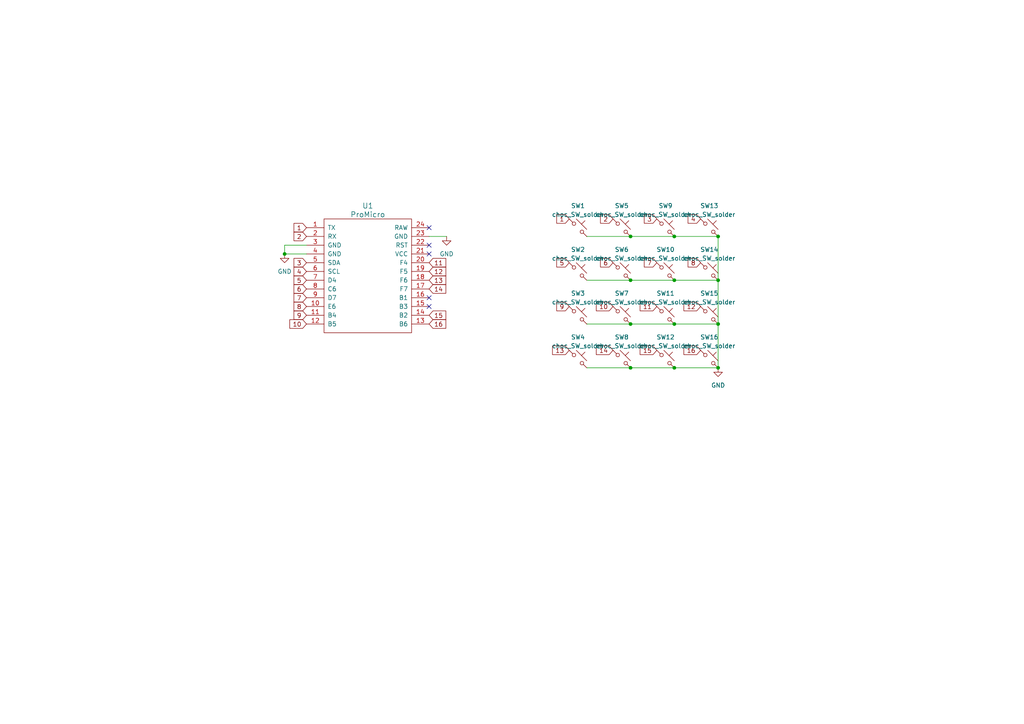
<source format=kicad_sch>
(kicad_sch (version 20221206) (generator eeschema)

  (uuid 477e2154-b559-4ac8-a000-3d69502ecfdf)

  (paper "A4")

  (lib_symbols
    (symbol "marbastlib-choc:choc_SW_solder" (pin_numbers hide) (pin_names (offset 1.016) hide) (in_bom yes) (on_board yes)
      (property "Reference" "SW" (at 3.048 1.016 0)
        (effects (font (size 1.27 1.27)) (justify left))
      )
      (property "Value" "choc_SW_solder" (at 0 -3.81 0)
        (effects (font (size 1.27 1.27)))
      )
      (property "Footprint" "marbastlib-choc:SW_choc_1u" (at 0 0 0)
        (effects (font (size 1.27 1.27)) hide)
      )
      (property "Datasheet" "~" (at 0 0 0)
        (effects (font (size 1.27 1.27)) hide)
      )
      (property "ki_keywords" "switch normally-open pushbutton push-button" (at 0 0 0)
        (effects (font (size 1.27 1.27)) hide)
      )
      (property "ki_description" "Push button switch, normally open, two pins, 45° tilted" (at 0 0 0)
        (effects (font (size 1.27 1.27)) hide)
      )
      (symbol "choc_SW_solder_0_1"
        (circle (center -1.1684 1.1684) (radius 0.508)
          (stroke (width 0) (type default))
          (fill (type none))
        )
        (polyline
          (pts
            (xy -0.508 2.54)
            (xy 2.54 -0.508)
          )
          (stroke (width 0) (type default))
          (fill (type none))
        )
        (polyline
          (pts
            (xy 1.016 1.016)
            (xy 2.032 2.032)
          )
          (stroke (width 0) (type default))
          (fill (type none))
        )
        (polyline
          (pts
            (xy -2.54 2.54)
            (xy -1.524 1.524)
            (xy -1.524 1.524)
          )
          (stroke (width 0) (type default))
          (fill (type none))
        )
        (polyline
          (pts
            (xy 1.524 -1.524)
            (xy 2.54 -2.54)
            (xy 2.54 -2.54)
            (xy 2.54 -2.54)
          )
          (stroke (width 0) (type default))
          (fill (type none))
        )
        (circle (center 1.143 -1.1938) (radius 0.508)
          (stroke (width 0) (type default))
          (fill (type none))
        )
        (pin passive line (at -2.54 2.54 0) (length 0)
          (name "1" (effects (font (size 1.27 1.27))))
          (number "1" (effects (font (size 1.27 1.27))))
        )
        (pin passive line (at 2.54 -2.54 180) (length 0)
          (name "2" (effects (font (size 1.27 1.27))))
          (number "2" (effects (font (size 1.27 1.27))))
        )
      )
    )
    (symbol "power:GND" (power) (pin_names (offset 0)) (in_bom yes) (on_board yes)
      (property "Reference" "#PWR" (at 0 -6.35 0)
        (effects (font (size 1.27 1.27)) hide)
      )
      (property "Value" "GND" (at 0 -3.81 0)
        (effects (font (size 1.27 1.27)))
      )
      (property "Footprint" "" (at 0 0 0)
        (effects (font (size 1.27 1.27)) hide)
      )
      (property "Datasheet" "" (at 0 0 0)
        (effects (font (size 1.27 1.27)) hide)
      )
      (property "ki_keywords" "global power" (at 0 0 0)
        (effects (font (size 1.27 1.27)) hide)
      )
      (property "ki_description" "Power symbol creates a global label with name \"GND\" , ground" (at 0 0 0)
        (effects (font (size 1.27 1.27)) hide)
      )
      (symbol "GND_0_1"
        (polyline
          (pts
            (xy 0 0)
            (xy 0 -1.27)
            (xy 1.27 -1.27)
            (xy 0 -2.54)
            (xy -1.27 -1.27)
            (xy 0 -1.27)
          )
          (stroke (width 0) (type default))
          (fill (type none))
        )
      )
      (symbol "GND_1_1"
        (pin power_in line (at 0 0 270) (length 0) hide
          (name "GND" (effects (font (size 1.27 1.27))))
          (number "1" (effects (font (size 1.27 1.27))))
        )
      )
    )
    (symbol "promicro:ProMicro" (pin_names (offset 1.016)) (in_bom yes) (on_board yes)
      (property "Reference" "U" (at 0 24.13 0)
        (effects (font (size 1.524 1.524)))
      )
      (property "Value" "ProMicro" (at 0 -13.97 0)
        (effects (font (size 1.524 1.524)))
      )
      (property "Footprint" "" (at 2.54 -26.67 0)
        (effects (font (size 1.524 1.524)))
      )
      (property "Datasheet" "" (at 2.54 -26.67 0)
        (effects (font (size 1.524 1.524)))
      )
      (symbol "ProMicro_0_1"
        (rectangle (start -12.7 21.59) (end 12.7 -11.43)
          (stroke (width 0) (type solid))
          (fill (type none))
        )
      )
      (symbol "ProMicro_1_1"
        (pin bidirectional line (at -17.78 19.05 0) (length 5.08)
          (name "TX" (effects (font (size 1.27 1.27))))
          (number "1" (effects (font (size 1.27 1.27))))
        )
        (pin bidirectional line (at -17.78 -3.81 0) (length 5.08)
          (name "E6" (effects (font (size 1.27 1.27))))
          (number "10" (effects (font (size 1.27 1.27))))
        )
        (pin bidirectional line (at -17.78 -6.35 0) (length 5.08)
          (name "B4" (effects (font (size 1.27 1.27))))
          (number "11" (effects (font (size 1.27 1.27))))
        )
        (pin bidirectional line (at -17.78 -8.89 0) (length 5.08)
          (name "B5" (effects (font (size 1.27 1.27))))
          (number "12" (effects (font (size 1.27 1.27))))
        )
        (pin bidirectional line (at 17.78 -8.89 180) (length 5.08)
          (name "B6" (effects (font (size 1.27 1.27))))
          (number "13" (effects (font (size 1.27 1.27))))
        )
        (pin bidirectional line (at 17.78 -6.35 180) (length 5.08)
          (name "B2" (effects (font (size 1.27 1.27))))
          (number "14" (effects (font (size 1.27 1.27))))
        )
        (pin bidirectional line (at 17.78 -3.81 180) (length 5.08)
          (name "B3" (effects (font (size 1.27 1.27))))
          (number "15" (effects (font (size 1.27 1.27))))
        )
        (pin bidirectional line (at 17.78 -1.27 180) (length 5.08)
          (name "B1" (effects (font (size 1.27 1.27))))
          (number "16" (effects (font (size 1.27 1.27))))
        )
        (pin bidirectional line (at 17.78 1.27 180) (length 5.08)
          (name "F7" (effects (font (size 1.27 1.27))))
          (number "17" (effects (font (size 1.27 1.27))))
        )
        (pin bidirectional line (at 17.78 3.81 180) (length 5.08)
          (name "F6" (effects (font (size 1.27 1.27))))
          (number "18" (effects (font (size 1.27 1.27))))
        )
        (pin bidirectional line (at 17.78 6.35 180) (length 5.08)
          (name "F5" (effects (font (size 1.27 1.27))))
          (number "19" (effects (font (size 1.27 1.27))))
        )
        (pin bidirectional line (at -17.78 16.51 0) (length 5.08)
          (name "RX" (effects (font (size 1.27 1.27))))
          (number "2" (effects (font (size 1.27 1.27))))
        )
        (pin bidirectional line (at 17.78 8.89 180) (length 5.08)
          (name "F4" (effects (font (size 1.27 1.27))))
          (number "20" (effects (font (size 1.27 1.27))))
        )
        (pin power_in line (at 17.78 11.43 180) (length 5.08)
          (name "VCC" (effects (font (size 1.27 1.27))))
          (number "21" (effects (font (size 1.27 1.27))))
        )
        (pin input line (at 17.78 13.97 180) (length 5.08)
          (name "RST" (effects (font (size 1.27 1.27))))
          (number "22" (effects (font (size 1.27 1.27))))
        )
        (pin power_in line (at 17.78 16.51 180) (length 5.08)
          (name "GND" (effects (font (size 1.27 1.27))))
          (number "23" (effects (font (size 1.27 1.27))))
        )
        (pin power_out line (at 17.78 19.05 180) (length 5.08)
          (name "RAW" (effects (font (size 1.27 1.27))))
          (number "24" (effects (font (size 1.27 1.27))))
        )
        (pin power_in line (at -17.78 13.97 0) (length 5.08)
          (name "GND" (effects (font (size 1.27 1.27))))
          (number "3" (effects (font (size 1.27 1.27))))
        )
        (pin power_in line (at -17.78 11.43 0) (length 5.08)
          (name "GND" (effects (font (size 1.27 1.27))))
          (number "4" (effects (font (size 1.27 1.27))))
        )
        (pin bidirectional line (at -17.78 8.89 0) (length 5.08)
          (name "SDA" (effects (font (size 1.27 1.27))))
          (number "5" (effects (font (size 1.27 1.27))))
        )
        (pin bidirectional line (at -17.78 6.35 0) (length 5.08)
          (name "SCL" (effects (font (size 1.27 1.27))))
          (number "6" (effects (font (size 1.27 1.27))))
        )
        (pin bidirectional line (at -17.78 3.81 0) (length 5.08)
          (name "D4" (effects (font (size 1.27 1.27))))
          (number "7" (effects (font (size 1.27 1.27))))
        )
        (pin bidirectional line (at -17.78 1.27 0) (length 5.08)
          (name "C6" (effects (font (size 1.27 1.27))))
          (number "8" (effects (font (size 1.27 1.27))))
        )
        (pin bidirectional line (at -17.78 -1.27 0) (length 5.08)
          (name "D7" (effects (font (size 1.27 1.27))))
          (number "9" (effects (font (size 1.27 1.27))))
        )
      )
    )
  )

  (junction (at 195.58 106.68) (diameter 0) (color 0 0 0 0)
    (uuid 02db36ed-0d24-41f2-8a83-9f8a8b208418)
  )
  (junction (at 208.28 106.68) (diameter 0) (color 0 0 0 0)
    (uuid 1141af9f-21db-4e75-967d-7978fe514c9b)
  )
  (junction (at 208.28 81.28) (diameter 0) (color 0 0 0 0)
    (uuid 35799899-f5c1-4b45-8ff8-bc9280bbafba)
  )
  (junction (at 182.88 81.28) (diameter 0) (color 0 0 0 0)
    (uuid 489ffcdb-8568-41ff-b79d-eb3b78f73dbd)
  )
  (junction (at 182.88 68.58) (diameter 0) (color 0 0 0 0)
    (uuid 5ae6b139-adec-4126-beab-3ca12740788e)
  )
  (junction (at 182.88 93.98) (diameter 0) (color 0 0 0 0)
    (uuid 5d52d24c-cca6-4d9f-99c8-be96587b860a)
  )
  (junction (at 182.88 106.68) (diameter 0) (color 0 0 0 0)
    (uuid 93febe2d-fd6b-4ca1-9692-57948992985c)
  )
  (junction (at 195.58 68.58) (diameter 0) (color 0 0 0 0)
    (uuid 944f045b-e75d-4d94-956d-cf33ecdc68a9)
  )
  (junction (at 208.28 68.58) (diameter 0) (color 0 0 0 0)
    (uuid 9998d807-2617-41fb-ac14-8afb357532b5)
  )
  (junction (at 208.28 93.98) (diameter 0) (color 0 0 0 0)
    (uuid a5766303-d6e0-4aa5-a47e-6986e99ee611)
  )
  (junction (at 82.55 73.66) (diameter 0) (color 0 0 0 0)
    (uuid af924ebb-fdc2-4968-968c-1a82943a327f)
  )
  (junction (at 195.58 93.98) (diameter 0) (color 0 0 0 0)
    (uuid b189925c-7c7b-4e39-9ef2-27025ddfce45)
  )
  (junction (at 195.58 81.28) (diameter 0) (color 0 0 0 0)
    (uuid d58889c2-e36f-4fde-ad90-f37e5071c245)
  )

  (no_connect (at 124.46 88.9) (uuid 0d318a33-111a-440f-ba14-ae071ed97522))
  (no_connect (at 124.46 86.36) (uuid 6c6578ea-e8f3-456d-a693-08e3d6cb5a01))
  (no_connect (at 124.46 73.66) (uuid 9c6d1cfd-ea09-4fe7-bc23-9b4d9fa98c97))
  (no_connect (at 124.46 71.12) (uuid d53780e4-4998-4a35-ba9f-ddc57cf7e3c4))
  (no_connect (at 124.46 66.04) (uuid f3c08319-3f85-4506-9957-bd17d68d0444))

  (wire (pts (xy 170.18 81.28) (xy 182.88 81.28))
    (stroke (width 0) (type default))
    (uuid 0979453c-b072-48b7-b4a7-cf5fe7d68216)
  )
  (wire (pts (xy 124.46 68.58) (xy 129.54 68.58))
    (stroke (width 0) (type default))
    (uuid 34da55e8-d790-4a23-89dc-8810b917377f)
  )
  (wire (pts (xy 195.58 106.68) (xy 208.28 106.68))
    (stroke (width 0) (type default))
    (uuid 3b34ec94-c7fa-457f-a2f8-c6578217eeed)
  )
  (wire (pts (xy 208.28 68.58) (xy 208.28 81.28))
    (stroke (width 0) (type default))
    (uuid 3d6e8d38-f5d7-45fa-bd02-9574d2a4f993)
  )
  (wire (pts (xy 88.9 71.12) (xy 82.55 71.12))
    (stroke (width 0) (type default))
    (uuid 40f362b1-a89e-4e00-9cbc-58eec74750c8)
  )
  (wire (pts (xy 195.58 68.58) (xy 208.28 68.58))
    (stroke (width 0) (type default))
    (uuid 4bf767d1-b4ca-4223-8190-1f2c4cf73e55)
  )
  (wire (pts (xy 208.28 93.98) (xy 208.28 106.68))
    (stroke (width 0) (type default))
    (uuid 53e3765a-8379-4c16-a522-878ded869c07)
  )
  (wire (pts (xy 182.88 106.68) (xy 195.58 106.68))
    (stroke (width 0) (type default))
    (uuid 5a738884-7f15-4277-95d4-f77ca4199958)
  )
  (wire (pts (xy 82.55 73.66) (xy 88.9 73.66))
    (stroke (width 0) (type default))
    (uuid 7a4801e7-1d43-4985-a509-83b5db6493bd)
  )
  (wire (pts (xy 170.18 93.98) (xy 182.88 93.98))
    (stroke (width 0) (type default))
    (uuid 7dfb31fd-348b-4295-a401-7978cd8c1e00)
  )
  (wire (pts (xy 182.88 93.98) (xy 195.58 93.98))
    (stroke (width 0) (type default))
    (uuid 8e9ce2b0-32a0-451f-8789-f9a4460a8301)
  )
  (wire (pts (xy 182.88 68.58) (xy 195.58 68.58))
    (stroke (width 0) (type default))
    (uuid 93d0d146-9706-44db-a4fb-28c0923e941a)
  )
  (wire (pts (xy 182.88 81.28) (xy 195.58 81.28))
    (stroke (width 0) (type default))
    (uuid c5f6bda0-3725-42a1-bb39-d099615b2453)
  )
  (wire (pts (xy 195.58 93.98) (xy 208.28 93.98))
    (stroke (width 0) (type default))
    (uuid c83a57ae-ee26-4ca3-8fca-5c6fbbbf8aaa)
  )
  (wire (pts (xy 208.28 81.28) (xy 208.28 93.98))
    (stroke (width 0) (type default))
    (uuid ce367044-d4cb-4974-993c-513bf8caa69e)
  )
  (wire (pts (xy 170.18 106.68) (xy 182.88 106.68))
    (stroke (width 0) (type default))
    (uuid dea3eee4-5c83-48c5-ad12-8985109d26be)
  )
  (wire (pts (xy 170.18 68.58) (xy 182.88 68.58))
    (stroke (width 0) (type default))
    (uuid df475e7d-1af1-4597-8281-ac8cfbe22cb6)
  )
  (wire (pts (xy 195.58 81.28) (xy 208.28 81.28))
    (stroke (width 0) (type default))
    (uuid f9b31b03-e49c-43b1-a6ac-3ae1a86f6889)
  )
  (wire (pts (xy 82.55 71.12) (xy 82.55 73.66))
    (stroke (width 0) (type default))
    (uuid fd84d738-8a5e-4029-b839-2d68d0e5d8d0)
  )

  (global_label "12" (shape input) (at 124.46 78.74 0) (fields_autoplaced)
    (effects (font (size 1.27 1.27)) (justify left))
    (uuid 17f2dee6-9adc-4106-8687-7a64f64b352b)
    (property "Intersheetrefs" "${INTERSHEET_REFS}" (at 129.7848 78.74 0)
      (effects (font (size 1.27 1.27)) (justify left) hide)
    )
  )
  (global_label "7" (shape input) (at 190.5 76.2 180) (fields_autoplaced)
    (effects (font (size 1.27 1.27)) (justify right))
    (uuid 262f11a8-a281-40a4-8f7a-e7e776641183)
    (property "Intersheetrefs" "${INTERSHEET_REFS}" (at 186.3847 76.2 0)
      (effects (font (size 1.27 1.27)) (justify right) hide)
    )
  )
  (global_label "2" (shape input) (at 88.9 68.58 180) (fields_autoplaced)
    (effects (font (size 1.27 1.27)) (justify right))
    (uuid 319e7aac-6f2f-4672-a681-c47c155ba75f)
    (property "Intersheetrefs" "${INTERSHEET_REFS}" (at 84.7847 68.58 0)
      (effects (font (size 1.27 1.27)) (justify right) hide)
    )
  )
  (global_label "15" (shape input) (at 190.5 101.6 180) (fields_autoplaced)
    (effects (font (size 1.27 1.27)) (justify right))
    (uuid 39d4533a-3ef9-4bb6-a21c-95870cf21d41)
    (property "Intersheetrefs" "${INTERSHEET_REFS}" (at 185.1752 101.6 0)
      (effects (font (size 1.27 1.27)) (justify right) hide)
    )
  )
  (global_label "10" (shape input) (at 88.9 93.98 180) (fields_autoplaced)
    (effects (font (size 1.27 1.27)) (justify right))
    (uuid 3cff8908-600c-43ba-baec-382df91e4abf)
    (property "Intersheetrefs" "${INTERSHEET_REFS}" (at 83.5752 93.98 0)
      (effects (font (size 1.27 1.27)) (justify right) hide)
    )
  )
  (global_label "14" (shape input) (at 124.46 83.82 0) (fields_autoplaced)
    (effects (font (size 1.27 1.27)) (justify left))
    (uuid 436d8030-6d6d-4ba2-8b7c-c0913ecc5f2d)
    (property "Intersheetrefs" "${INTERSHEET_REFS}" (at 129.7848 83.82 0)
      (effects (font (size 1.27 1.27)) (justify left) hide)
    )
  )
  (global_label "1" (shape input) (at 88.9 66.04 180) (fields_autoplaced)
    (effects (font (size 1.27 1.27)) (justify right))
    (uuid 4b65b328-f554-48b6-b853-e69a72e1f084)
    (property "Intersheetrefs" "${INTERSHEET_REFS}" (at 84.7847 66.04 0)
      (effects (font (size 1.27 1.27)) (justify right) hide)
    )
  )
  (global_label "3" (shape input) (at 190.5 63.5 180) (fields_autoplaced)
    (effects (font (size 1.27 1.27)) (justify right))
    (uuid 502a6551-5b3d-4143-9d4d-29cf2a6fe806)
    (property "Intersheetrefs" "${INTERSHEET_REFS}" (at 186.3847 63.5 0)
      (effects (font (size 1.27 1.27)) (justify right) hide)
    )
  )
  (global_label "13" (shape input) (at 165.1 101.6 180) (fields_autoplaced)
    (effects (font (size 1.27 1.27)) (justify right))
    (uuid 568afbf7-c2e3-4575-b1ff-715f22205875)
    (property "Intersheetrefs" "${INTERSHEET_REFS}" (at 159.7752 101.6 0)
      (effects (font (size 1.27 1.27)) (justify right) hide)
    )
  )
  (global_label "5" (shape input) (at 165.1 76.2 180) (fields_autoplaced)
    (effects (font (size 1.27 1.27)) (justify right))
    (uuid 5f3cba51-783d-442d-a55b-9fb5493a5dac)
    (property "Intersheetrefs" "${INTERSHEET_REFS}" (at 160.9847 76.2 0)
      (effects (font (size 1.27 1.27)) (justify right) hide)
    )
  )
  (global_label "1" (shape input) (at 165.1 63.5 180) (fields_autoplaced)
    (effects (font (size 1.27 1.27)) (justify right))
    (uuid 5f9fb461-9ed8-49d1-adcd-3d0812cb56f3)
    (property "Intersheetrefs" "${INTERSHEET_REFS}" (at 160.9847 63.5 0)
      (effects (font (size 1.27 1.27)) (justify right) hide)
    )
  )
  (global_label "15" (shape input) (at 124.46 91.44 0) (fields_autoplaced)
    (effects (font (size 1.27 1.27)) (justify left))
    (uuid 61afa1ec-b1fb-46c4-8dc6-6cf2fe22661c)
    (property "Intersheetrefs" "${INTERSHEET_REFS}" (at 129.7848 91.44 0)
      (effects (font (size 1.27 1.27)) (justify left) hide)
    )
  )
  (global_label "5" (shape input) (at 88.9 81.28 180) (fields_autoplaced)
    (effects (font (size 1.27 1.27)) (justify right))
    (uuid 7c24b2c8-ca32-4602-afc4-9e6c90b2ee42)
    (property "Intersheetrefs" "${INTERSHEET_REFS}" (at 84.7847 81.28 0)
      (effects (font (size 1.27 1.27)) (justify right) hide)
    )
  )
  (global_label "6" (shape input) (at 88.9 83.82 180) (fields_autoplaced)
    (effects (font (size 1.27 1.27)) (justify right))
    (uuid 7d45bc06-2f25-4ed2-a584-545ed037af25)
    (property "Intersheetrefs" "${INTERSHEET_REFS}" (at 84.7847 83.82 0)
      (effects (font (size 1.27 1.27)) (justify right) hide)
    )
  )
  (global_label "2" (shape input) (at 177.8 63.5 180) (fields_autoplaced)
    (effects (font (size 1.27 1.27)) (justify right))
    (uuid 9ad05472-66cc-48d1-88b7-06a6c890508d)
    (property "Intersheetrefs" "${INTERSHEET_REFS}" (at 173.6847 63.5 0)
      (effects (font (size 1.27 1.27)) (justify right) hide)
    )
  )
  (global_label "16" (shape input) (at 203.2 101.6 180) (fields_autoplaced)
    (effects (font (size 1.27 1.27)) (justify right))
    (uuid 9d3cf305-e28e-4fd0-bff2-88855cc79c38)
    (property "Intersheetrefs" "${INTERSHEET_REFS}" (at 197.8752 101.6 0)
      (effects (font (size 1.27 1.27)) (justify right) hide)
    )
  )
  (global_label "13" (shape input) (at 124.46 81.28 0) (fields_autoplaced)
    (effects (font (size 1.27 1.27)) (justify left))
    (uuid 9de12925-4df1-4840-8e34-82309ea07aac)
    (property "Intersheetrefs" "${INTERSHEET_REFS}" (at 129.7848 81.28 0)
      (effects (font (size 1.27 1.27)) (justify left) hide)
    )
  )
  (global_label "12" (shape input) (at 203.2 88.9 180) (fields_autoplaced)
    (effects (font (size 1.27 1.27)) (justify right))
    (uuid 9e7ec576-bbc9-413b-ac71-51ede7e3c152)
    (property "Intersheetrefs" "${INTERSHEET_REFS}" (at 197.8752 88.9 0)
      (effects (font (size 1.27 1.27)) (justify right) hide)
    )
  )
  (global_label "10" (shape input) (at 177.8 88.9 180) (fields_autoplaced)
    (effects (font (size 1.27 1.27)) (justify right))
    (uuid a2ecbdb3-bd26-48ea-a9af-ad3d468cb10a)
    (property "Intersheetrefs" "${INTERSHEET_REFS}" (at 172.4752 88.9 0)
      (effects (font (size 1.27 1.27)) (justify right) hide)
    )
  )
  (global_label "8" (shape input) (at 203.2 76.2 180) (fields_autoplaced)
    (effects (font (size 1.27 1.27)) (justify right))
    (uuid ad6dcf48-1c4e-473b-88d9-7aee150631bb)
    (property "Intersheetrefs" "${INTERSHEET_REFS}" (at 199.0847 76.2 0)
      (effects (font (size 1.27 1.27)) (justify right) hide)
    )
  )
  (global_label "6" (shape input) (at 177.8 76.2 180) (fields_autoplaced)
    (effects (font (size 1.27 1.27)) (justify right))
    (uuid c04debbc-8276-46f6-9079-eee93505eae0)
    (property "Intersheetrefs" "${INTERSHEET_REFS}" (at 173.6847 76.2 0)
      (effects (font (size 1.27 1.27)) (justify right) hide)
    )
  )
  (global_label "3" (shape input) (at 88.9 76.2 180) (fields_autoplaced)
    (effects (font (size 1.27 1.27)) (justify right))
    (uuid c5ec336a-c8ef-44fe-afa6-70224bd90ce6)
    (property "Intersheetrefs" "${INTERSHEET_REFS}" (at 84.7847 76.2 0)
      (effects (font (size 1.27 1.27)) (justify right) hide)
    )
  )
  (global_label "7" (shape input) (at 88.9 86.36 180) (fields_autoplaced)
    (effects (font (size 1.27 1.27)) (justify right))
    (uuid c5f3377c-5124-43ca-a595-6005c6e05f7d)
    (property "Intersheetrefs" "${INTERSHEET_REFS}" (at 84.7847 86.36 0)
      (effects (font (size 1.27 1.27)) (justify right) hide)
    )
  )
  (global_label "9" (shape input) (at 165.1 88.9 180) (fields_autoplaced)
    (effects (font (size 1.27 1.27)) (justify right))
    (uuid c9621065-89c6-467e-b875-6f052907e5ed)
    (property "Intersheetrefs" "${INTERSHEET_REFS}" (at 160.9847 88.9 0)
      (effects (font (size 1.27 1.27)) (justify right) hide)
    )
  )
  (global_label "9" (shape input) (at 88.9 91.44 180) (fields_autoplaced)
    (effects (font (size 1.27 1.27)) (justify right))
    (uuid c9a8c08b-5fd4-4966-91b8-7b1e2dfab29a)
    (property "Intersheetrefs" "${INTERSHEET_REFS}" (at 84.7847 91.44 0)
      (effects (font (size 1.27 1.27)) (justify right) hide)
    )
  )
  (global_label "14" (shape input) (at 177.8 101.6 180) (fields_autoplaced)
    (effects (font (size 1.27 1.27)) (justify right))
    (uuid da19bd91-ac30-4c14-8183-388021957754)
    (property "Intersheetrefs" "${INTERSHEET_REFS}" (at 172.4752 101.6 0)
      (effects (font (size 1.27 1.27)) (justify right) hide)
    )
  )
  (global_label "11" (shape input) (at 190.5 88.9 180) (fields_autoplaced)
    (effects (font (size 1.27 1.27)) (justify right))
    (uuid e07a9260-ad28-467d-a7d7-6089714894e4)
    (property "Intersheetrefs" "${INTERSHEET_REFS}" (at 185.1752 88.9 0)
      (effects (font (size 1.27 1.27)) (justify right) hide)
    )
  )
  (global_label "4" (shape input) (at 88.9 78.74 180) (fields_autoplaced)
    (effects (font (size 1.27 1.27)) (justify right))
    (uuid ef0bf8be-f68e-48b5-8acc-4094a20f9bae)
    (property "Intersheetrefs" "${INTERSHEET_REFS}" (at 84.7847 78.74 0)
      (effects (font (size 1.27 1.27)) (justify right) hide)
    )
  )
  (global_label "4" (shape input) (at 203.2 63.5 180) (fields_autoplaced)
    (effects (font (size 1.27 1.27)) (justify right))
    (uuid f24ec432-ae57-4585-9843-257462d651c1)
    (property "Intersheetrefs" "${INTERSHEET_REFS}" (at 199.0847 63.5 0)
      (effects (font (size 1.27 1.27)) (justify right) hide)
    )
  )
  (global_label "16" (shape input) (at 124.46 93.98 0) (fields_autoplaced)
    (effects (font (size 1.27 1.27)) (justify left))
    (uuid f8cd1994-824d-427d-a681-1acefe65074d)
    (property "Intersheetrefs" "${INTERSHEET_REFS}" (at 129.7848 93.98 0)
      (effects (font (size 1.27 1.27)) (justify left) hide)
    )
  )
  (global_label "11" (shape input) (at 124.46 76.2 0) (fields_autoplaced)
    (effects (font (size 1.27 1.27)) (justify left))
    (uuid fbf9b23d-4f4c-4b4c-a189-44768bd0a45f)
    (property "Intersheetrefs" "${INTERSHEET_REFS}" (at 129.7848 76.2 0)
      (effects (font (size 1.27 1.27)) (justify left) hide)
    )
  )
  (global_label "8" (shape input) (at 88.9 88.9 180) (fields_autoplaced)
    (effects (font (size 1.27 1.27)) (justify right))
    (uuid fecfe65c-071e-467b-801b-dd342a6537e6)
    (property "Intersheetrefs" "${INTERSHEET_REFS}" (at 84.7847 88.9 0)
      (effects (font (size 1.27 1.27)) (justify right) hide)
    )
  )

  (symbol (lib_id "marbastlib-choc:choc_SW_solder") (at 193.04 104.14 0) (unit 1)
    (in_bom yes) (on_board yes) (dnp no) (fields_autoplaced)
    (uuid 0929cb31-b581-4932-a84b-8bad9fc46708)
    (property "Reference" "SW12" (at 193.04 97.79 0)
      (effects (font (size 1.27 1.27)))
    )
    (property "Value" "choc_SW_solder" (at 193.04 100.33 0)
      (effects (font (size 1.27 1.27)))
    )
    (property "Footprint" "marbastlib-choc:SW_choc_1u" (at 193.04 104.14 0)
      (effects (font (size 1.27 1.27)) hide)
    )
    (property "Datasheet" "~" (at 193.04 104.14 0)
      (effects (font (size 1.27 1.27)) hide)
    )
    (pin "1" (uuid 905f59ac-218d-4a6c-b1b1-2e5de07dcc58))
    (pin "2" (uuid f4769dd8-6e1f-4bb5-bfe2-06b1e3b28b41))
    (instances
      (project "4x4"
        (path "/477e2154-b559-4ac8-a000-3d69502ecfdf"
          (reference "SW12") (unit 1)
        )
      )
    )
  )

  (symbol (lib_id "marbastlib-choc:choc_SW_solder") (at 167.64 66.04 0) (unit 1)
    (in_bom yes) (on_board yes) (dnp no) (fields_autoplaced)
    (uuid 0d07dd3a-1922-4e2f-abd1-bb3ad1437c77)
    (property "Reference" "SW1" (at 167.64 59.69 0)
      (effects (font (size 1.27 1.27)))
    )
    (property "Value" "choc_SW_solder" (at 167.64 62.23 0)
      (effects (font (size 1.27 1.27)))
    )
    (property "Footprint" "marbastlib-choc:SW_choc_1u" (at 167.64 66.04 0)
      (effects (font (size 1.27 1.27)) hide)
    )
    (property "Datasheet" "~" (at 167.64 66.04 0)
      (effects (font (size 1.27 1.27)) hide)
    )
    (pin "1" (uuid 31b8eab7-f7e5-4b34-ad37-9f3a6bc4b08d))
    (pin "2" (uuid 84c23f3c-a10f-48d5-a5ba-2791aed79e3e))
    (instances
      (project "4x4"
        (path "/477e2154-b559-4ac8-a000-3d69502ecfdf"
          (reference "SW1") (unit 1)
        )
      )
    )
  )

  (symbol (lib_id "marbastlib-choc:choc_SW_solder") (at 167.64 104.14 0) (unit 1)
    (in_bom yes) (on_board yes) (dnp no) (fields_autoplaced)
    (uuid 0db6500d-97c1-49f9-873a-1f368f04e0ce)
    (property "Reference" "SW4" (at 167.64 97.79 0)
      (effects (font (size 1.27 1.27)))
    )
    (property "Value" "choc_SW_solder" (at 167.64 100.33 0)
      (effects (font (size 1.27 1.27)))
    )
    (property "Footprint" "marbastlib-choc:SW_choc_1u" (at 167.64 104.14 0)
      (effects (font (size 1.27 1.27)) hide)
    )
    (property "Datasheet" "~" (at 167.64 104.14 0)
      (effects (font (size 1.27 1.27)) hide)
    )
    (pin "1" (uuid 14e4ae10-d263-4d9c-9c49-0711fda292a5))
    (pin "2" (uuid 318fa463-56f8-479b-b06b-3daa5c5c82a2))
    (instances
      (project "4x4"
        (path "/477e2154-b559-4ac8-a000-3d69502ecfdf"
          (reference "SW4") (unit 1)
        )
      )
    )
  )

  (symbol (lib_id "marbastlib-choc:choc_SW_solder") (at 193.04 78.74 0) (unit 1)
    (in_bom yes) (on_board yes) (dnp no) (fields_autoplaced)
    (uuid 10dc0f7f-0d05-425c-8a20-2b0c11ad34d2)
    (property "Reference" "SW10" (at 193.04 72.39 0)
      (effects (font (size 1.27 1.27)))
    )
    (property "Value" "choc_SW_solder" (at 193.04 74.93 0)
      (effects (font (size 1.27 1.27)))
    )
    (property "Footprint" "marbastlib-choc:SW_choc_1u" (at 193.04 78.74 0)
      (effects (font (size 1.27 1.27)) hide)
    )
    (property "Datasheet" "~" (at 193.04 78.74 0)
      (effects (font (size 1.27 1.27)) hide)
    )
    (pin "1" (uuid 5bf70d23-0081-463c-9c91-2dcc67a379d7))
    (pin "2" (uuid 6c07c125-bb58-4981-aae2-09e52bdd25ba))
    (instances
      (project "4x4"
        (path "/477e2154-b559-4ac8-a000-3d69502ecfdf"
          (reference "SW10") (unit 1)
        )
      )
    )
  )

  (symbol (lib_id "marbastlib-choc:choc_SW_solder") (at 180.34 78.74 0) (unit 1)
    (in_bom yes) (on_board yes) (dnp no) (fields_autoplaced)
    (uuid 14b34b02-2275-40b0-9f84-8b52562b7f05)
    (property "Reference" "SW6" (at 180.34 72.39 0)
      (effects (font (size 1.27 1.27)))
    )
    (property "Value" "choc_SW_solder" (at 180.34 74.93 0)
      (effects (font (size 1.27 1.27)))
    )
    (property "Footprint" "marbastlib-choc:SW_choc_1u" (at 180.34 78.74 0)
      (effects (font (size 1.27 1.27)) hide)
    )
    (property "Datasheet" "~" (at 180.34 78.74 0)
      (effects (font (size 1.27 1.27)) hide)
    )
    (pin "1" (uuid ae7c3897-3ab2-4edf-a856-f06434d824aa))
    (pin "2" (uuid 21bd8396-a8e2-4a61-ba06-617062cb1972))
    (instances
      (project "4x4"
        (path "/477e2154-b559-4ac8-a000-3d69502ecfdf"
          (reference "SW6") (unit 1)
        )
      )
    )
  )

  (symbol (lib_id "marbastlib-choc:choc_SW_solder") (at 167.64 78.74 0) (unit 1)
    (in_bom yes) (on_board yes) (dnp no) (fields_autoplaced)
    (uuid 16a3e7e4-dd45-4e6f-8388-09423f9099aa)
    (property "Reference" "SW2" (at 167.64 72.39 0)
      (effects (font (size 1.27 1.27)))
    )
    (property "Value" "choc_SW_solder" (at 167.64 74.93 0)
      (effects (font (size 1.27 1.27)))
    )
    (property "Footprint" "marbastlib-choc:SW_choc_1u" (at 167.64 78.74 0)
      (effects (font (size 1.27 1.27)) hide)
    )
    (property "Datasheet" "~" (at 167.64 78.74 0)
      (effects (font (size 1.27 1.27)) hide)
    )
    (pin "1" (uuid dc02ad1c-1c6f-4719-b12f-2240868770fb))
    (pin "2" (uuid 0cde14ec-06bb-4214-a441-df6fb27f9c65))
    (instances
      (project "4x4"
        (path "/477e2154-b559-4ac8-a000-3d69502ecfdf"
          (reference "SW2") (unit 1)
        )
      )
    )
  )

  (symbol (lib_id "power:GND") (at 82.55 73.66 0) (unit 1)
    (in_bom yes) (on_board yes) (dnp no) (fields_autoplaced)
    (uuid 2130c729-33f9-49a0-b138-ea6ed2f58688)
    (property "Reference" "#PWR01" (at 82.55 80.01 0)
      (effects (font (size 1.27 1.27)) hide)
    )
    (property "Value" "GND" (at 82.55 78.74 0)
      (effects (font (size 1.27 1.27)))
    )
    (property "Footprint" "" (at 82.55 73.66 0)
      (effects (font (size 1.27 1.27)) hide)
    )
    (property "Datasheet" "" (at 82.55 73.66 0)
      (effects (font (size 1.27 1.27)) hide)
    )
    (pin "1" (uuid 07850d64-6e9d-43a4-b263-719d394b0ab3))
    (instances
      (project "4x4"
        (path "/477e2154-b559-4ac8-a000-3d69502ecfdf"
          (reference "#PWR01") (unit 1)
        )
      )
    )
  )

  (symbol (lib_id "marbastlib-choc:choc_SW_solder") (at 167.64 91.44 0) (unit 1)
    (in_bom yes) (on_board yes) (dnp no) (fields_autoplaced)
    (uuid 41993d77-c7e8-4d9d-b45b-1a5d5e593707)
    (property "Reference" "SW3" (at 167.64 85.09 0)
      (effects (font (size 1.27 1.27)))
    )
    (property "Value" "choc_SW_solder" (at 167.64 87.63 0)
      (effects (font (size 1.27 1.27)))
    )
    (property "Footprint" "marbastlib-choc:SW_choc_1u" (at 167.64 91.44 0)
      (effects (font (size 1.27 1.27)) hide)
    )
    (property "Datasheet" "~" (at 167.64 91.44 0)
      (effects (font (size 1.27 1.27)) hide)
    )
    (pin "1" (uuid 3b962451-092e-45bc-a0f6-bf13ead6d595))
    (pin "2" (uuid b285edbc-2497-4252-b973-a0e97bef0e4c))
    (instances
      (project "4x4"
        (path "/477e2154-b559-4ac8-a000-3d69502ecfdf"
          (reference "SW3") (unit 1)
        )
      )
    )
  )

  (symbol (lib_id "marbastlib-choc:choc_SW_solder") (at 205.74 104.14 0) (unit 1)
    (in_bom yes) (on_board yes) (dnp no) (fields_autoplaced)
    (uuid 42de10cf-19b2-47b9-b3fd-935316309dad)
    (property "Reference" "SW16" (at 205.74 97.79 0)
      (effects (font (size 1.27 1.27)))
    )
    (property "Value" "choc_SW_solder" (at 205.74 100.33 0)
      (effects (font (size 1.27 1.27)))
    )
    (property "Footprint" "marbastlib-choc:SW_choc_1u" (at 205.74 104.14 0)
      (effects (font (size 1.27 1.27)) hide)
    )
    (property "Datasheet" "~" (at 205.74 104.14 0)
      (effects (font (size 1.27 1.27)) hide)
    )
    (pin "1" (uuid eb415ae5-23d8-48e4-a254-3f9383cd0b9e))
    (pin "2" (uuid daf00357-a162-424b-9efa-1ef3d3433c01))
    (instances
      (project "4x4"
        (path "/477e2154-b559-4ac8-a000-3d69502ecfdf"
          (reference "SW16") (unit 1)
        )
      )
    )
  )

  (symbol (lib_id "marbastlib-choc:choc_SW_solder") (at 193.04 91.44 0) (unit 1)
    (in_bom yes) (on_board yes) (dnp no) (fields_autoplaced)
    (uuid 54a777a9-eded-4632-aca6-b81d611c0b49)
    (property "Reference" "SW11" (at 193.04 85.09 0)
      (effects (font (size 1.27 1.27)))
    )
    (property "Value" "choc_SW_solder" (at 193.04 87.63 0)
      (effects (font (size 1.27 1.27)))
    )
    (property "Footprint" "marbastlib-choc:SW_choc_1u" (at 193.04 91.44 0)
      (effects (font (size 1.27 1.27)) hide)
    )
    (property "Datasheet" "~" (at 193.04 91.44 0)
      (effects (font (size 1.27 1.27)) hide)
    )
    (pin "1" (uuid 06e5f801-a13f-4a9e-ad96-797069ab563d))
    (pin "2" (uuid 6906403f-9caf-4e5e-b446-5bca629bd586))
    (instances
      (project "4x4"
        (path "/477e2154-b559-4ac8-a000-3d69502ecfdf"
          (reference "SW11") (unit 1)
        )
      )
    )
  )

  (symbol (lib_id "marbastlib-choc:choc_SW_solder") (at 205.74 78.74 0) (unit 1)
    (in_bom yes) (on_board yes) (dnp no) (fields_autoplaced)
    (uuid 6a36ac90-16da-482e-8656-83884f6e1b53)
    (property "Reference" "SW14" (at 205.74 72.39 0)
      (effects (font (size 1.27 1.27)))
    )
    (property "Value" "choc_SW_solder" (at 205.74 74.93 0)
      (effects (font (size 1.27 1.27)))
    )
    (property "Footprint" "marbastlib-choc:SW_choc_1u" (at 205.74 78.74 0)
      (effects (font (size 1.27 1.27)) hide)
    )
    (property "Datasheet" "~" (at 205.74 78.74 0)
      (effects (font (size 1.27 1.27)) hide)
    )
    (pin "1" (uuid 60cb573b-7a4c-4f79-86dd-d73511bb3182))
    (pin "2" (uuid 7a530dc5-7cf2-4644-ba73-d10b6758b08b))
    (instances
      (project "4x4"
        (path "/477e2154-b559-4ac8-a000-3d69502ecfdf"
          (reference "SW14") (unit 1)
        )
      )
    )
  )

  (symbol (lib_id "promicro:ProMicro") (at 106.68 85.09 0) (unit 1)
    (in_bom yes) (on_board yes) (dnp no)
    (uuid 80f8e28a-2c7c-47d4-9b03-b70d0fbb313d)
    (property "Reference" "U1" (at 106.68 59.69 0)
      (effects (font (size 1.524 1.524)))
    )
    (property "Value" "ProMicro" (at 106.68 62.23 0)
      (effects (font (size 1.524 1.524)))
    )
    (property "Footprint" "promicro:ProMicro" (at 109.22 111.76 0)
      (effects (font (size 1.524 1.524)) hide)
    )
    (property "Datasheet" "" (at 109.22 111.76 0)
      (effects (font (size 1.524 1.524)))
    )
    (pin "1" (uuid 897ccadf-8cf7-42c2-b0cd-fb4fdb42cb38))
    (pin "10" (uuid a4c832d1-6362-4803-9531-9f85848dcbbb))
    (pin "11" (uuid 7eb77cb2-f1c9-4804-a74e-f02306a62333))
    (pin "12" (uuid 4694b6f7-5691-406d-afdd-cb1acea59ea1))
    (pin "13" (uuid 8df13652-8ca5-4cb6-9346-7313ee2da473))
    (pin "14" (uuid 820c6215-25b3-49b5-a026-daeac133d098))
    (pin "15" (uuid 1a700936-b679-4b56-8a5c-412c495a0991))
    (pin "16" (uuid 0e8f1cd7-c321-4000-a280-3ef7357f94a3))
    (pin "17" (uuid 74902baa-8cca-4b42-a263-fe8eecb45ef0))
    (pin "18" (uuid 718d17bf-cbaf-4cb4-868e-eccc6e7da1ca))
    (pin "19" (uuid 405434d6-b9b8-4afb-9dfe-8ce5dd4de139))
    (pin "2" (uuid 55f23917-605e-48a8-b3b7-8d40d3f5755e))
    (pin "20" (uuid 50b2ba60-f400-4fac-8d51-5ab0a70f247e))
    (pin "21" (uuid db922c85-6d92-441f-aefb-3e897c3fc255))
    (pin "22" (uuid 8337f5a6-66be-4637-98f5-0cc063d1f122))
    (pin "23" (uuid cbd2ec0d-b8f4-43e2-aa57-93fd9b30948b))
    (pin "24" (uuid df99ad36-33f0-4e0c-9a57-8c8ac1fd134d))
    (pin "3" (uuid 6c1bc556-a49a-4c67-bdc5-2acaba130ad9))
    (pin "4" (uuid dd259f8e-d137-4ad9-844b-30c1870b58db))
    (pin "5" (uuid 418f0ac2-079c-48b5-83a9-158839d3b925))
    (pin "6" (uuid a80e6f63-b15b-429b-8466-dc08b8e77575))
    (pin "7" (uuid bfff6145-4af7-4f32-8b08-6bf0d56c96a6))
    (pin "8" (uuid 02bf150e-01cc-4ca9-a45a-bb5aa28ab6b4))
    (pin "9" (uuid 3cd6d504-7f0a-4ef7-a2f3-06f32532eba3))
    (instances
      (project "4x4"
        (path "/477e2154-b559-4ac8-a000-3d69502ecfdf"
          (reference "U1") (unit 1)
        )
      )
    )
  )

  (symbol (lib_id "power:GND") (at 208.28 106.68 0) (unit 1)
    (in_bom yes) (on_board yes) (dnp no) (fields_autoplaced)
    (uuid 8dd29710-31cd-4b6b-b27d-13790faec704)
    (property "Reference" "#PWR03" (at 208.28 113.03 0)
      (effects (font (size 1.27 1.27)) hide)
    )
    (property "Value" "GND" (at 208.28 111.76 0)
      (effects (font (size 1.27 1.27)))
    )
    (property "Footprint" "" (at 208.28 106.68 0)
      (effects (font (size 1.27 1.27)) hide)
    )
    (property "Datasheet" "" (at 208.28 106.68 0)
      (effects (font (size 1.27 1.27)) hide)
    )
    (pin "1" (uuid 1150234f-0ff1-432f-a8f5-c5ac38d02ac6))
    (instances
      (project "4x4"
        (path "/477e2154-b559-4ac8-a000-3d69502ecfdf"
          (reference "#PWR03") (unit 1)
        )
      )
    )
  )

  (symbol (lib_id "marbastlib-choc:choc_SW_solder") (at 180.34 91.44 0) (unit 1)
    (in_bom yes) (on_board yes) (dnp no) (fields_autoplaced)
    (uuid b3fd263e-c329-41da-b871-db3f43e456e7)
    (property "Reference" "SW7" (at 180.34 85.09 0)
      (effects (font (size 1.27 1.27)))
    )
    (property "Value" "choc_SW_solder" (at 180.34 87.63 0)
      (effects (font (size 1.27 1.27)))
    )
    (property "Footprint" "marbastlib-choc:SW_choc_1u" (at 180.34 91.44 0)
      (effects (font (size 1.27 1.27)) hide)
    )
    (property "Datasheet" "~" (at 180.34 91.44 0)
      (effects (font (size 1.27 1.27)) hide)
    )
    (pin "1" (uuid a0750999-a7f8-4430-9fb8-4eaf96c2f6e7))
    (pin "2" (uuid 9959bf86-9369-4204-9e43-2f9ae56fd1d1))
    (instances
      (project "4x4"
        (path "/477e2154-b559-4ac8-a000-3d69502ecfdf"
          (reference "SW7") (unit 1)
        )
      )
    )
  )

  (symbol (lib_id "marbastlib-choc:choc_SW_solder") (at 180.34 104.14 0) (unit 1)
    (in_bom yes) (on_board yes) (dnp no) (fields_autoplaced)
    (uuid b468674b-1bac-4a52-b96e-8fedb59e0c5b)
    (property "Reference" "SW8" (at 180.34 97.79 0)
      (effects (font (size 1.27 1.27)))
    )
    (property "Value" "choc_SW_solder" (at 180.34 100.33 0)
      (effects (font (size 1.27 1.27)))
    )
    (property "Footprint" "marbastlib-choc:SW_choc_1u" (at 180.34 104.14 0)
      (effects (font (size 1.27 1.27)) hide)
    )
    (property "Datasheet" "~" (at 180.34 104.14 0)
      (effects (font (size 1.27 1.27)) hide)
    )
    (pin "1" (uuid 45d33bd1-bd5a-4c27-b167-0ce7e86b4509))
    (pin "2" (uuid 2255e16a-6b16-4fb4-9228-6f073586e44a))
    (instances
      (project "4x4"
        (path "/477e2154-b559-4ac8-a000-3d69502ecfdf"
          (reference "SW8") (unit 1)
        )
      )
    )
  )

  (symbol (lib_id "marbastlib-choc:choc_SW_solder") (at 180.34 66.04 0) (unit 1)
    (in_bom yes) (on_board yes) (dnp no) (fields_autoplaced)
    (uuid c64bf8f6-c118-431a-bf08-0f0e8d190408)
    (property "Reference" "SW5" (at 180.34 59.69 0)
      (effects (font (size 1.27 1.27)))
    )
    (property "Value" "choc_SW_solder" (at 180.34 62.23 0)
      (effects (font (size 1.27 1.27)))
    )
    (property "Footprint" "marbastlib-choc:SW_choc_1u" (at 180.34 66.04 0)
      (effects (font (size 1.27 1.27)) hide)
    )
    (property "Datasheet" "~" (at 180.34 66.04 0)
      (effects (font (size 1.27 1.27)) hide)
    )
    (pin "1" (uuid 96ac5a02-fcfc-40be-afcd-5befa58bd575))
    (pin "2" (uuid a0fd4730-1700-41cb-9318-c54d8c3b9e98))
    (instances
      (project "4x4"
        (path "/477e2154-b559-4ac8-a000-3d69502ecfdf"
          (reference "SW5") (unit 1)
        )
      )
    )
  )

  (symbol (lib_id "marbastlib-choc:choc_SW_solder") (at 193.04 66.04 0) (unit 1)
    (in_bom yes) (on_board yes) (dnp no) (fields_autoplaced)
    (uuid e760025a-d9f5-4e58-9cfc-51c44d7cd23b)
    (property "Reference" "SW9" (at 193.04 59.69 0)
      (effects (font (size 1.27 1.27)))
    )
    (property "Value" "choc_SW_solder" (at 193.04 62.23 0)
      (effects (font (size 1.27 1.27)))
    )
    (property "Footprint" "marbastlib-choc:SW_choc_1u" (at 193.04 66.04 0)
      (effects (font (size 1.27 1.27)) hide)
    )
    (property "Datasheet" "~" (at 193.04 66.04 0)
      (effects (font (size 1.27 1.27)) hide)
    )
    (pin "1" (uuid b782a045-3214-4d94-ad37-7fe5de3e3103))
    (pin "2" (uuid e0e66809-daa2-4344-9dcf-ba142a715929))
    (instances
      (project "4x4"
        (path "/477e2154-b559-4ac8-a000-3d69502ecfdf"
          (reference "SW9") (unit 1)
        )
      )
    )
  )

  (symbol (lib_id "marbastlib-choc:choc_SW_solder") (at 205.74 66.04 0) (unit 1)
    (in_bom yes) (on_board yes) (dnp no) (fields_autoplaced)
    (uuid e9de5d63-b89b-40f1-af3e-0358528d34ad)
    (property "Reference" "SW13" (at 205.74 59.69 0)
      (effects (font (size 1.27 1.27)))
    )
    (property "Value" "choc_SW_solder" (at 205.74 62.23 0)
      (effects (font (size 1.27 1.27)))
    )
    (property "Footprint" "marbastlib-choc:SW_choc_1u" (at 205.74 66.04 0)
      (effects (font (size 1.27 1.27)) hide)
    )
    (property "Datasheet" "~" (at 205.74 66.04 0)
      (effects (font (size 1.27 1.27)) hide)
    )
    (pin "1" (uuid fcd16d99-7574-449d-9aa3-4a6280b14352))
    (pin "2" (uuid fdaf76ca-4bc0-4659-9444-4da8a8cc0d7d))
    (instances
      (project "4x4"
        (path "/477e2154-b559-4ac8-a000-3d69502ecfdf"
          (reference "SW13") (unit 1)
        )
      )
    )
  )

  (symbol (lib_id "power:GND") (at 129.54 68.58 0) (unit 1)
    (in_bom yes) (on_board yes) (dnp no) (fields_autoplaced)
    (uuid ebe29d01-93f3-4714-8963-346f0b0fb613)
    (property "Reference" "#PWR02" (at 129.54 74.93 0)
      (effects (font (size 1.27 1.27)) hide)
    )
    (property "Value" "GND" (at 129.54 73.66 0)
      (effects (font (size 1.27 1.27)))
    )
    (property "Footprint" "" (at 129.54 68.58 0)
      (effects (font (size 1.27 1.27)) hide)
    )
    (property "Datasheet" "" (at 129.54 68.58 0)
      (effects (font (size 1.27 1.27)) hide)
    )
    (pin "1" (uuid 43f42dc4-f61b-4624-8b3f-15e5e21f12cb))
    (instances
      (project "4x4"
        (path "/477e2154-b559-4ac8-a000-3d69502ecfdf"
          (reference "#PWR02") (unit 1)
        )
      )
    )
  )

  (symbol (lib_id "marbastlib-choc:choc_SW_solder") (at 205.74 91.44 0) (unit 1)
    (in_bom yes) (on_board yes) (dnp no) (fields_autoplaced)
    (uuid fcf8f187-125d-4a8c-a365-7bbc61b549d0)
    (property "Reference" "SW15" (at 205.74 85.09 0)
      (effects (font (size 1.27 1.27)))
    )
    (property "Value" "choc_SW_solder" (at 205.74 87.63 0)
      (effects (font (size 1.27 1.27)))
    )
    (property "Footprint" "marbastlib-choc:SW_choc_1u" (at 205.74 91.44 0)
      (effects (font (size 1.27 1.27)) hide)
    )
    (property "Datasheet" "~" (at 205.74 91.44 0)
      (effects (font (size 1.27 1.27)) hide)
    )
    (pin "1" (uuid f2b5791b-1d01-4f6d-8758-4950808b2638))
    (pin "2" (uuid 263bd9db-c7c4-4fc2-b671-2e642b23d911))
    (instances
      (project "4x4"
        (path "/477e2154-b559-4ac8-a000-3d69502ecfdf"
          (reference "SW15") (unit 1)
        )
      )
    )
  )

  (sheet_instances
    (path "/" (page "1"))
  )
)

</source>
